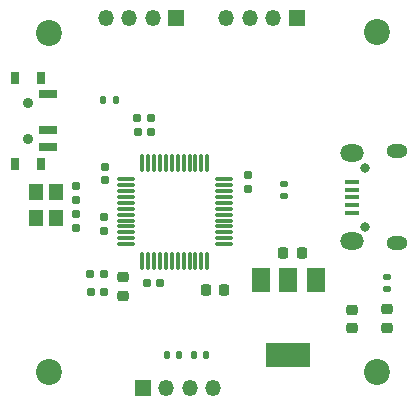
<source format=gbr>
%TF.GenerationSoftware,KiCad,Pcbnew,(6.0.8)*%
%TF.CreationDate,2022-10-13T10:33:28+07:00*%
%TF.ProjectId,1_trial,315f7472-6961-46c2-9e6b-696361645f70,rev?*%
%TF.SameCoordinates,Original*%
%TF.FileFunction,Soldermask,Top*%
%TF.FilePolarity,Negative*%
%FSLAX46Y46*%
G04 Gerber Fmt 4.6, Leading zero omitted, Abs format (unit mm)*
G04 Created by KiCad (PCBNEW (6.0.8)) date 2022-10-13 10:33:28*
%MOMM*%
%LPD*%
G01*
G04 APERTURE LIST*
G04 Aperture macros list*
%AMRoundRect*
0 Rectangle with rounded corners*
0 $1 Rounding radius*
0 $2 $3 $4 $5 $6 $7 $8 $9 X,Y pos of 4 corners*
0 Add a 4 corners polygon primitive as box body*
4,1,4,$2,$3,$4,$5,$6,$7,$8,$9,$2,$3,0*
0 Add four circle primitives for the rounded corners*
1,1,$1+$1,$2,$3*
1,1,$1+$1,$4,$5*
1,1,$1+$1,$6,$7*
1,1,$1+$1,$8,$9*
0 Add four rect primitives between the rounded corners*
20,1,$1+$1,$2,$3,$4,$5,0*
20,1,$1+$1,$4,$5,$6,$7,0*
20,1,$1+$1,$6,$7,$8,$9,0*
20,1,$1+$1,$8,$9,$2,$3,0*%
G04 Aperture macros list end*
%ADD10RoundRect,0.218750X0.256250X-0.218750X0.256250X0.218750X-0.256250X0.218750X-0.256250X-0.218750X0*%
%ADD11C,2.200000*%
%ADD12R,1.350000X1.350000*%
%ADD13O,1.350000X1.350000*%
%ADD14RoundRect,0.155000X-0.155000X0.212500X-0.155000X-0.212500X0.155000X-0.212500X0.155000X0.212500X0*%
%ADD15RoundRect,0.135000X-0.135000X-0.185000X0.135000X-0.185000X0.135000X0.185000X-0.135000X0.185000X0*%
%ADD16RoundRect,0.225000X0.250000X-0.225000X0.250000X0.225000X-0.250000X0.225000X-0.250000X-0.225000X0*%
%ADD17RoundRect,0.155000X0.155000X-0.212500X0.155000X0.212500X-0.155000X0.212500X-0.155000X-0.212500X0*%
%ADD18RoundRect,0.218750X-0.256250X0.218750X-0.256250X-0.218750X0.256250X-0.218750X0.256250X0.218750X0*%
%ADD19RoundRect,0.225000X0.225000X0.250000X-0.225000X0.250000X-0.225000X-0.250000X0.225000X-0.250000X0*%
%ADD20RoundRect,0.135000X-0.185000X0.135000X-0.185000X-0.135000X0.185000X-0.135000X0.185000X0.135000X0*%
%ADD21RoundRect,0.155000X-0.212500X-0.155000X0.212500X-0.155000X0.212500X0.155000X-0.212500X0.155000X0*%
%ADD22R,1.200000X1.400000*%
%ADD23R,0.800000X1.000000*%
%ADD24C,0.900000*%
%ADD25R,1.500000X0.700000*%
%ADD26RoundRect,0.135000X0.135000X0.185000X-0.135000X0.185000X-0.135000X-0.185000X0.135000X-0.185000X0*%
%ADD27RoundRect,0.075000X-0.662500X-0.075000X0.662500X-0.075000X0.662500X0.075000X-0.662500X0.075000X0*%
%ADD28RoundRect,0.075000X-0.075000X-0.662500X0.075000X-0.662500X0.075000X0.662500X-0.075000X0.662500X0*%
%ADD29RoundRect,0.155000X0.212500X0.155000X-0.212500X0.155000X-0.212500X-0.155000X0.212500X-0.155000X0*%
%ADD30O,1.800000X1.150000*%
%ADD31O,2.000000X1.450000*%
%ADD32R,1.300000X0.450000*%
%ADD33O,0.800000X0.800000*%
%ADD34R,1.500000X2.000000*%
%ADD35R,3.800000X2.000000*%
%ADD36RoundRect,0.225000X-0.225000X-0.250000X0.225000X-0.250000X0.225000X0.250000X-0.225000X0.250000X0*%
G04 APERTURE END LIST*
D10*
%TO.C,FB1*%
X102147600Y-51291000D03*
X102147600Y-49716000D03*
%TD*%
D11*
%TO.C,H4*%
X123620000Y-29020000D03*
%TD*%
D12*
%TO.C,J2*%
X106670000Y-27770000D03*
D13*
X104670000Y-27770000D03*
X102670000Y-27770000D03*
X100670000Y-27770000D03*
%TD*%
D14*
%TO.C,C10*%
X112747600Y-41115000D03*
X112747600Y-42250000D03*
%TD*%
D15*
%TO.C,R4*%
X101507600Y-34716000D03*
X100487600Y-34716000D03*
%TD*%
D16*
%TO.C,C2*%
X121550000Y-52500000D03*
X121550000Y-54050000D03*
%TD*%
D17*
%TO.C,C6*%
X100597600Y-41533500D03*
X100597600Y-40398500D03*
%TD*%
%TO.C,C11*%
X100500000Y-44682500D03*
X100500000Y-45817500D03*
%TD*%
D11*
%TO.C,H1*%
X123620000Y-57770000D03*
%TD*%
D18*
%TO.C,D1*%
X124497600Y-52428500D03*
X124497600Y-54003500D03*
%TD*%
D15*
%TO.C,R2*%
X105875000Y-56330000D03*
X106895000Y-56330000D03*
%TD*%
D19*
%TO.C,C3*%
X110725000Y-50825000D03*
X109175000Y-50825000D03*
%TD*%
D11*
%TO.C,H2*%
X95870000Y-57770000D03*
%TD*%
D20*
%TO.C,R5*%
X115800000Y-41830000D03*
X115800000Y-42850000D03*
%TD*%
D17*
%TO.C,C4*%
X98142500Y-42050000D03*
X98142500Y-43185000D03*
%TD*%
D12*
%TO.C,J3*%
X116870000Y-27770000D03*
D13*
X114870000Y-27770000D03*
X112870000Y-27770000D03*
X110870000Y-27770000D03*
%TD*%
D21*
%TO.C,C7*%
X103362600Y-36291000D03*
X104497600Y-36291000D03*
%TD*%
D20*
%TO.C,R1*%
X124497600Y-49706000D03*
X124497600Y-50726000D03*
%TD*%
D22*
%TO.C,Y1*%
X96467500Y-42550000D03*
X96467500Y-44750000D03*
X94767500Y-44750000D03*
X94767500Y-42550000D03*
%TD*%
D12*
%TO.C,J1*%
X103800000Y-59150000D03*
D13*
X105800000Y-59150000D03*
X107800000Y-59150000D03*
X109800000Y-59150000D03*
%TD*%
D21*
%TO.C,C5*%
X104180100Y-50216000D03*
X105315100Y-50216000D03*
%TD*%
%TO.C,C8*%
X103380100Y-37466000D03*
X104515100Y-37466000D03*
%TD*%
D23*
%TO.C,SW1*%
X95180000Y-32850000D03*
D24*
X94070000Y-35000000D03*
D23*
X95180000Y-40150000D03*
X92970000Y-32850000D03*
X92970000Y-40150000D03*
D24*
X94070000Y-38000000D03*
D25*
X95830000Y-34250000D03*
X95830000Y-37250000D03*
X95830000Y-38750000D03*
%TD*%
D17*
%TO.C,C9*%
X98142500Y-44400000D03*
X98142500Y-45535000D03*
%TD*%
D26*
%TO.C,R3*%
X109150000Y-56355000D03*
X108130000Y-56355000D03*
%TD*%
D27*
%TO.C,U2*%
X102365100Y-41446000D03*
X102365100Y-41946000D03*
X102365100Y-42446000D03*
X102365100Y-42946000D03*
X102365100Y-43446000D03*
X102365100Y-43946000D03*
X102365100Y-44446000D03*
X102365100Y-44946000D03*
X102365100Y-45446000D03*
X102365100Y-45946000D03*
X102365100Y-46446000D03*
X102365100Y-46946000D03*
D28*
X103777600Y-48358500D03*
X104277600Y-48358500D03*
X104777600Y-48358500D03*
X105277600Y-48358500D03*
X105777600Y-48358500D03*
X106277600Y-48358500D03*
X106777600Y-48358500D03*
X107277600Y-48358500D03*
X107777600Y-48358500D03*
X108277600Y-48358500D03*
X108777600Y-48358500D03*
X109277600Y-48358500D03*
D27*
X110690100Y-46946000D03*
X110690100Y-46446000D03*
X110690100Y-45946000D03*
X110690100Y-45446000D03*
X110690100Y-44946000D03*
X110690100Y-44446000D03*
X110690100Y-43946000D03*
X110690100Y-43446000D03*
X110690100Y-42946000D03*
X110690100Y-42446000D03*
X110690100Y-41946000D03*
X110690100Y-41446000D03*
D28*
X109277600Y-40033500D03*
X108777600Y-40033500D03*
X108277600Y-40033500D03*
X107777600Y-40033500D03*
X107277600Y-40033500D03*
X106777600Y-40033500D03*
X106277600Y-40033500D03*
X105777600Y-40033500D03*
X105277600Y-40033500D03*
X104777600Y-40033500D03*
X104277600Y-40033500D03*
X103777600Y-40033500D03*
%TD*%
D29*
%TO.C,C12*%
X100497600Y-49466000D03*
X99362600Y-49466000D03*
%TD*%
D30*
%TO.C,J4*%
X125342600Y-39096000D03*
D31*
X121542600Y-39246000D03*
D30*
X125342600Y-46846000D03*
D31*
X121542600Y-46696000D03*
D32*
X121492600Y-41671000D03*
X121492600Y-42321000D03*
X121492600Y-42971000D03*
X121492600Y-43621000D03*
X121492600Y-44271000D03*
D33*
X122592600Y-45471000D03*
X122592600Y-40471000D03*
%TD*%
D11*
%TO.C,H3*%
X95910400Y-29032200D03*
%TD*%
D29*
%TO.C,C13*%
X100565100Y-50966000D03*
X99430100Y-50966000D03*
%TD*%
D34*
%TO.C,U1*%
X118445000Y-49995000D03*
D35*
X116145000Y-56295000D03*
D34*
X116145000Y-49995000D03*
X113845000Y-49995000D03*
%TD*%
D36*
%TO.C,C1*%
X115722600Y-47716000D03*
X117272600Y-47716000D03*
%TD*%
M02*

</source>
